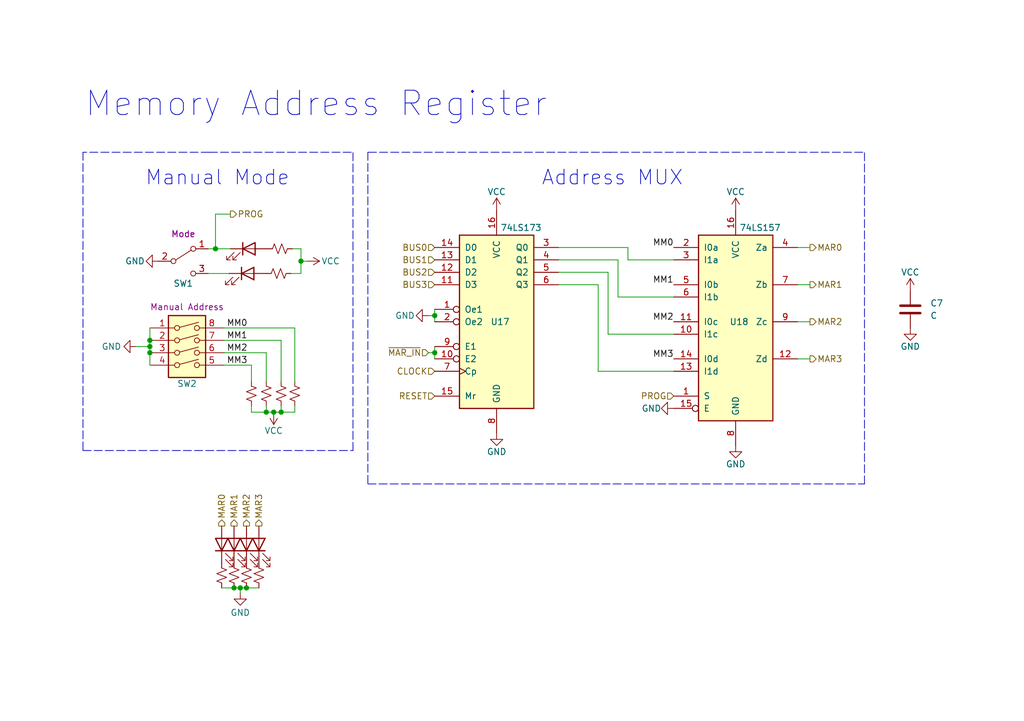
<source format=kicad_sch>
(kicad_sch (version 20211123) (generator eeschema)
  (paper "A5")
  (lib_symbols
    (symbol "74xx:74LS157" (pin_names (offset 1.016))
      (property "Reference" "U" (at -7.62 19.05 0))
      (property "Value" "74LS157" (at -7.62 -21.59 0))
      (symbol "74LS157_1_0"
        (pin input line (at -12.7 -15.24 0) (length 5.08) (name "S") (number "1"))
        (pin input line (at -12.7 -2.54 0) (length 5.08) (name "I1c") (number "10"))
        (pin input line (at -12.7 0 0) (length 5.08) (name "I0c") (number "11"))
        (pin output line (at 12.7 -7.62 180) (length 5.08) (name "Zd") (number "12"))
        (pin input line (at -12.7 -10.16 0) (length 5.08) (name "I1d") (number "13"))
        (pin input line (at -12.7 -7.62 0) (length 5.08) (name "I0d") (number "14"))
        (pin input inverted (at -12.7 -17.78 0) (length 5.08) (name "E") (number "15"))
        (pin power_in line (at 0 22.86 270) (length 5.08) (name "VCC") (number "16"))
        (pin input line (at -12.7 15.24 0) (length 5.08) (name "I0a") (number "2"))
        (pin input line (at -12.7 12.7 0) (length 5.08) (name "I1a") (number "3"))
        (pin output line (at 12.7 15.24 180) (length 5.08) (name "Za") (number "4"))
        (pin input line (at -12.7 7.62 0) (length 5.08) (name "I0b") (number "5"))
        (pin input line (at -12.7 5.08 0) (length 5.08) (name "I1b") (number "6"))
        (pin output line (at 12.7 7.62 180) (length 5.08) (name "Zb") (number "7"))
        (pin power_in line (at 0 -25.4 90) (length 5.08) (name "GND") (number "8"))
        (pin output line (at 12.7 0 180) (length 5.08) (name "Zc") (number "9"))
      )
      (symbol "74LS157_1_1"
        (rectangle (start -7.62 17.78) (end 7.62 -20.32) (stroke (width 0.254)) (fill (type background)))
      )
    )
    (symbol "74xx:74LS173" (pin_names (offset 1.016))
      (property "Reference" "U" (at -7.62 19.05 0))
      (property "Value" "74LS173" (at -7.62 -19.05 0))
      (symbol "74LS173_1_0"
        (pin input inverted (at -12.7 2.54 0) (length 5.08) (name "Oe1") (number "1"))
        (pin input inverted (at -12.7 -7.62 0) (length 5.08) (name "E2") (number "10"))
        (pin input line (at -12.7 7.62 0) (length 5.08) (name "D3") (number "11"))
        (pin input line (at -12.7 10.16 0) (length 5.08) (name "D2") (number "12"))
        (pin input line (at -12.7 12.7 0) (length 5.08) (name "D1") (number "13"))
        (pin input line (at -12.7 15.24 0) (length 5.08) (name "D0") (number "14"))
        (pin input line (at -12.7 -15.24 0) (length 5.08) (name "Mr") (number "15"))
        (pin power_in line (at 0 22.86 270) (length 5.08) (name "VCC") (number "16"))
        (pin input inverted (at -12.7 0 0) (length 5.08) (name "Oe2") (number "2"))
        (pin tri_state line (at 12.7 15.24 180) (length 5.08) (name "Q0") (number "3"))
        (pin tri_state line (at 12.7 12.7 180) (length 5.08) (name "Q1") (number "4"))
        (pin tri_state line (at 12.7 10.16 180) (length 5.08) (name "Q2") (number "5"))
        (pin tri_state line (at 12.7 7.62 180) (length 5.08) (name "Q3") (number "6"))
        (pin input clock (at -12.7 -10.16 0) (length 5.08) (name "Cp") (number "7"))
        (pin power_in line (at 0 -22.86 90) (length 5.08) (name "GND") (number "8"))
        (pin input inverted (at -12.7 -5.08 0) (length 5.08) (name "E1") (number "9"))
      )
      (symbol "74LS173_1_1"
        (rectangle (start -7.62 17.78) (end 7.62 -17.78) (stroke (width 0.254)) (fill (type background)))
      )
    )
    (symbol "Device:C" (pin_numbers hide) (pin_names (offset 0.254))
      (property "Reference" "C" (at 0.635 2.54 0))
      (property "Value" "C" (at 0.635 -2.54 0))
      (symbol "C_0_1"
        (polyline (pts (xy -2.032 -0.762) (xy 2.032 -0.762)) (stroke (width 0.508)))
        (polyline (pts (xy -2.032 0.762) (xy 2.032 0.762)) (stroke (width 0.508)))
      )
      (symbol "C_1_1"
        (pin passive line (at 0 3.81 270) (length 2.794) (name "~") (number "1"))
        (pin passive line (at 0 -3.81 90) (length 2.794) (name "~") (number "2"))
      )
    )
    (symbol "Device:LED" (pin_numbers hide) (pin_names (offset 1.016) hide)
      (property "Reference" "D" (at 0 2.54 0))
      (property "Value" "LED" (at 0 -2.54 0))
      (symbol "LED_0_1"
        (polyline (pts (xy -1.27 -1.27) (xy -1.27 1.27)) (stroke (width 0.254)))
        (polyline (pts (xy -1.27 0) (xy 1.27 0)))
        (polyline (pts (xy 1.27 -1.27) (xy 1.27 1.27) (xy -1.27 0) (xy 1.27 -1.27)) (stroke (width 0.254)))
        (polyline (pts (xy -3.048 -0.762) (xy -4.572 -2.286) (xy -3.81 -2.286) (xy -4.572 -2.286) (xy -4.572 -1.524)))
        (polyline (pts (xy -1.778 -0.762) (xy -3.302 -2.286) (xy -2.54 -2.286) (xy -3.302 -2.286) (xy -3.302 -1.524)))
      )
      (symbol "LED_1_1"
        (pin passive line (at -3.81 0 0) (length 2.54) (name "K") (number "1"))
        (pin passive line (at 3.81 0 180) (length 2.54) (name "A") (number "2"))
      )
    )
    (symbol "Device:R_Small_US" (pin_numbers hide) (pin_names (offset 0.254) hide)
      (property "Reference" "R" (at 0.762 0.508 0))
      (property "Value" "R_Small_US" (at 0.762 -1.016 0))
      (symbol "R_Small_US_1_1"
        (polyline (pts (xy 0 0) (xy 1.016 -0.381) (xy 0 -0.762) (xy -1.016 -1.143) (xy 0 -1.524)))
        (polyline (pts (xy 0 1.524) (xy 1.016 1.143) (xy 0 0.762) (xy -1.016 0.381) (xy 0 0)))
        (pin passive line (at 0 2.54 270) (length 1.016) (name "~") (number "1"))
        (pin passive line (at 0 -2.54 90) (length 1.016) (name "~") (number "2"))
      )
    )
    (symbol "Switch:SW_DIP_x04" (pin_names (offset 0) hide)
      (property "Reference" "SW" (at 0 8.89 0))
      (property "Value" "SW_DIP_x04" (at 0 -6.35 0))
      (symbol "SW_DIP_x04_0_0"
        (circle (center -2.032 -2.54) (radius 0.508))
        (circle (center -2.032 0) (radius 0.508))
        (circle (center -2.032 2.54) (radius 0.508))
        (circle (center -2.032 5.08) (radius 0.508))
        (polyline (pts (xy -1.524 -2.3876) (xy 2.3622 -1.3462)))
        (polyline (pts (xy -1.524 0.127) (xy 2.3622 1.1684)))
        (polyline (pts (xy -1.524 2.667) (xy 2.3622 3.7084)))
        (polyline (pts (xy -1.524 5.207) (xy 2.3622 6.2484)))
        (circle (center 2.032 -2.54) (radius 0.508))
        (circle (center 2.032 0) (radius 0.508))
        (circle (center 2.032 2.54) (radius 0.508))
        (circle (center 2.032 5.08) (radius 0.508))
      )
      (symbol "SW_DIP_x04_0_1"
        (rectangle (start -3.81 7.62) (end 3.81 -5.08) (stroke (width 0.254)) (fill (type background)))
      )
      (symbol "SW_DIP_x04_1_1"
        (pin passive line (at -7.62 5.08 0) (length 5.08) (name "~") (number "1"))
        (pin passive line (at -7.62 2.54 0) (length 5.08) (name "~") (number "2"))
        (pin passive line (at -7.62 0 0) (length 5.08) (name "~") (number "3"))
        (pin passive line (at -7.62 -2.54 0) (length 5.08) (name "~") (number "4"))
        (pin passive line (at 7.62 -2.54 180) (length 5.08) (name "~") (number "5"))
        (pin passive line (at 7.62 0 180) (length 5.08) (name "~") (number "6"))
        (pin passive line (at 7.62 2.54 180) (length 5.08) (name "~") (number "7"))
        (pin passive line (at 7.62 5.08 180) (length 5.08) (name "~") (number "8"))
      )
    )
    (symbol "Switch:SW_SPDT" (pin_names (offset 0) hide)
      (property "Reference" "SW" (at 0 4.318 0))
      (property "Value" "SW_SPDT" (at 0 -5.08 0))
      (symbol "SW_SPDT_0_0"
        (circle (center -2.032 0) (radius 0.508))
        (circle (center 2.032 -2.54) (radius 0.508))
      )
      (symbol "SW_SPDT_0_1"
        (polyline (pts (xy -1.524 0.254) (xy 1.651 2.286)))
        (circle (center 2.032 2.54) (radius 0.508))
      )
      (symbol "SW_SPDT_1_1"
        (pin passive line (at 5.08 2.54 180) (length 2.54) (name "A") (number "1"))
        (pin passive line (at -5.08 0 0) (length 2.54) (name "B") (number "2"))
        (pin passive line (at 5.08 -2.54 180) (length 2.54) (name "C") (number "3"))
      )
    )
    (symbol "power:GND" (power) (pin_names (offset 0))
      (property "Value" "GND" (at 0 -3.81 0))
      (symbol "GND_0_1"
        (polyline (pts (xy 0 0) (xy 0 -1.27) (xy 1.27 -1.27) (xy 0 -2.54) (xy -1.27 -1.27) (xy 0 -1.27)))
      )
      (symbol "GND_1_1"
        (pin power_in line (at 0 0 270) (length 0) hide (name "GND") (number "1"))
      )
    )
    (symbol "power:VCC" (power) (pin_names (offset 0))
      (property "Value" "VCC" (at 0 3.81 0))
      (symbol "VCC_0_1"
        (polyline (pts (xy -0.762 1.27) (xy 0 2.54)))
        (polyline (pts (xy 0 0) (xy 0 2.54)))
        (polyline (pts (xy 0 2.54) (xy 0.762 1.27)))
      )
      (symbol "VCC_1_1"
        (pin power_in line (at 0 0 90) (length 0) hide (name "VCC") (number "1"))
      )
    )
  )
  (junction (at 89.154 72.39))
  (junction (at 30.734 71.12))
  (junction (at 57.658 84.582))
  (junction (at 30.734 69.85))
  (junction (at 56.134 84.582))
  (junction (at 89.154 64.77))
  (junction (at 61.722 53.594))
  (junction (at 44.196 51.054))
  (junction (at 49.276 120.65))
  (junction (at 30.734 72.39))
  (junction (at 48.006 120.65))
  (junction (at 50.546 120.65))
  (junction (at 54.61 84.582))
  (wire (pts (xy 138.176 68.58) (xy 124.714 68.58)))
  (wire (pts (xy 61.722 53.594) (xy 62.992 53.594)))
  (polyline (pts (xy 42.926 31.242) (xy 72.39 31.242)))
  (wire (pts (xy 60.452 67.31) (xy 45.974 67.31)))
  (wire (pts (xy 61.722 56.134) (xy 59.69 56.134)))
  (wire (pts (xy 45.974 69.85) (xy 57.658 69.85)))
  (wire (pts (xy 128.778 53.34) (xy 138.176 53.34)))
  (wire (pts (xy 126.746 60.96) (xy 138.176 60.96)))
  (wire (pts (xy 87.884 72.39) (xy 89.154 72.39)))
  (wire (pts (xy 128.778 50.8) (xy 128.778 53.34)))
  (polyline (pts (xy 177.292 99.314) (xy 177.292 31.242)))
  (wire (pts (xy 89.154 64.77) (xy 89.154 66.04)))
  (wire (pts (xy 30.734 71.12) (xy 30.734 72.39)))
  (wire (pts (xy 163.576 58.42) (xy 166.116 58.42)))
  (wire (pts (xy 61.722 53.594) (xy 61.722 56.134)))
  (wire (pts (xy 89.154 63.5) (xy 89.154 64.77)))
  (wire (pts (xy 60.452 78.232) (xy 60.452 67.31)))
  (wire (pts (xy 30.734 69.85) (xy 30.734 71.12)))
  (wire (pts (xy 57.658 69.85) (xy 57.658 78.232)))
  (wire (pts (xy 114.554 58.42) (xy 122.682 58.42)))
  (wire (pts (xy 57.658 84.582) (xy 60.452 84.582)))
  (wire (pts (xy 87.884 64.77) (xy 89.154 64.77)))
  (wire (pts (xy 45.974 72.39) (xy 54.61 72.39)))
  (wire (pts (xy 126.746 53.34) (xy 126.746 60.96)))
  (wire (pts (xy 51.562 74.93) (xy 51.562 78.232)))
  (wire (pts (xy 89.154 72.39) (xy 89.154 73.66)))
  (wire (pts (xy 54.61 83.312) (xy 54.61 84.582)))
  (wire (pts (xy 30.734 69.85) (xy 30.988 69.85)))
  (wire (pts (xy 51.562 84.582) (xy 51.562 83.312)))
  (wire (pts (xy 54.61 72.39) (xy 54.61 78.232)))
  (polyline (pts (xy 125.222 31.242) (xy 75.438 31.242)))
  (polyline (pts (xy 75.438 99.314) (xy 177.292 99.314)))
  (wire (pts (xy 124.714 55.88) (xy 114.554 55.88)))
  (polyline (pts (xy 17.018 31.242) (xy 17.018 92.456)))
  (wire (pts (xy 163.576 73.66) (xy 166.116 73.66)))
  (wire (pts (xy 50.546 120.65) (xy 53.086 120.65)))
  (wire (pts (xy 49.276 121.666) (xy 49.276 120.65)))
  (wire (pts (xy 49.276 120.65) (xy 50.546 120.65)))
  (wire (pts (xy 45.466 120.65) (xy 48.006 120.65)))
  (polyline (pts (xy 124.968 31.242) (xy 177.292 31.242)))
  (wire (pts (xy 59.944 51.054) (xy 61.722 51.054)))
  (wire (pts (xy 42.672 51.054) (xy 44.196 51.054)))
  (wire (pts (xy 163.576 50.8) (xy 166.116 50.8)))
  (wire (pts (xy 45.974 74.93) (xy 51.562 74.93)))
  (wire (pts (xy 27.94 71.12) (xy 30.734 71.12)))
  (polyline (pts (xy 72.39 92.456) (xy 72.39 31.242)))
  (wire (pts (xy 44.196 51.054) (xy 47.244 51.054)))
  (wire (pts (xy 56.134 84.582) (xy 57.658 84.582)))
  (wire (pts (xy 124.714 68.58) (xy 124.714 55.88)))
  (polyline (pts (xy 42.926 31.242) (xy 17.018 31.242)))
  (wire (pts (xy 44.196 43.942) (xy 44.196 51.054)))
  (wire (pts (xy 114.554 50.8) (xy 128.778 50.8)))
  (wire (pts (xy 30.734 72.39) (xy 30.734 74.93)))
  (wire (pts (xy 48.006 120.65) (xy 49.276 120.65)))
  (wire (pts (xy 57.658 83.312) (xy 57.658 84.582)))
  (wire (pts (xy 60.452 84.582) (xy 60.452 83.312)))
  (polyline (pts (xy 75.438 31.242) (xy 75.438 99.314)))
  (wire (pts (xy 61.722 51.054) (xy 61.722 53.594)))
  (wire (pts (xy 122.682 76.2) (xy 138.176 76.2)))
  (wire (pts (xy 89.154 71.12) (xy 89.154 72.39)))
  (wire (pts (xy 47.244 43.942) (xy 44.196 43.942)))
  (wire (pts (xy 163.576 66.04) (xy 166.116 66.04)))
  (polyline (pts (xy 17.018 92.456) (xy 72.39 92.456)))
  (wire (pts (xy 114.554 53.34) (xy 126.746 53.34)))
  (wire (pts (xy 30.734 69.85) (xy 30.734 67.31)))
  (wire (pts (xy 56.134 84.582) (xy 54.61 84.582)))
  (wire (pts (xy 54.61 84.582) (xy 51.562 84.582)))
  (wire (pts (xy 42.672 56.134) (xy 46.99 56.134)))
  (wire (pts (xy 122.682 58.42) (xy 122.682 76.2)))
  (text "Memory Address Register" (at 17.272 24.384 0) (effects (font (size 5 5)) (justify left bottom)))
  (text "Manual Mode" (at 29.718 38.354 0) (effects (font (size 3 3)) (justify left bottom)))
  (text "Address MUX" (at 110.998 38.354 0) (effects (font (size 3 3)) (justify left bottom)))
  (label "MM2" (at 46.482 72.39 0))
  (label "MM1" (at 46.482 69.85 0))
  (label "MM1" (at 138.176 58.42 180))
  (label "MM2" (at 138.176 66.04 180))
  (label "MM3" (at 46.482 74.93 0))
  (label "MM0" (at 138.176 50.8 180))
  (label "MM3" (at 138.176 73.66 180))
  (label "MM0" (at 46.482 67.31 0))
  (hierarchical_label "CLOCK" (shape input) (at 89.154 76.2 180))
  (hierarchical_label "MAR2" (shape output) (at 50.546 107.95 90))
  (hierarchical_label "BUS1" (shape input) (at 89.154 53.34 180))
  (hierarchical_label "MAR0" (shape output) (at 45.466 107.95 90))
  (hierarchical_label "BUS0" (shape input) (at 89.154 50.8 180))
  (hierarchical_label "PROG" (shape input) (at 138.176 81.28 180))
  (hierarchical_label "MAR1" (shape output) (at 166.116 58.42 0))
  (hierarchical_label "PROG" (shape output) (at 47.244 43.942 0))
  (hierarchical_label "MAR2" (shape output) (at 166.116 66.04 0))
  (hierarchical_label "BUS2" (shape input) (at 89.154 55.88 180))
  (hierarchical_label "~{MAR_IN}" (shape input) (at 87.884 72.39 180))
  (hierarchical_label "RESET" (shape input) (at 89.154 81.28 180))
  (hierarchical_label "MAR3" (shape output) (at 166.116 73.66 0))
  (hierarchical_label "MAR3" (shape output) (at 53.086 107.95 90))
  (hierarchical_label "MAR0" (shape output) (at 166.116 50.8 0))
  (hierarchical_label "BUS3" (shape input) (at 89.154 58.42 180))
  (hierarchical_label "MAR1" (shape output) (at 48.006 107.95 90))
  (symbol (lib_id "Device:R_Small_US") (at 50.546 118.11 0) (unit 1)
    (property "Reference" "R35" (effects hide))
    (property "Value" "R_Small_US" (effects hide))
    (property "Footprint" "Resistor_SMD:R_0805_2012Metric" (effects hide))
  )
  (symbol (lib_id "Switch:SW_SPDT") (at 37.592 53.594 0) (unit 1)
    (property "Reference" "SW1" (at 37.592 58.166 0))
    (property "Value" "SW_SPDT" (effects hide))
    (property "Footprint" "Stephenv6:THT-DPDT" (effects hide))
    (property "Field4" "Mode" (at 37.592 48.006 0))
  )
  (symbol (lib_id "Device:C") (at 186.69 63.5 0) (unit 1)
    (property "Reference" "C7" (at 190.754 62.2299 0) (effects (justify left)))
    (property "Value" "C" (at 190.754 64.7699 0) (effects (justify left)))
    (property "Footprint" "Capacitor_SMD:C_0805_2012Metric" (effects hide))
  )
  (symbol (lib_id "Device:R_Small_US") (at 57.15 56.134 90) (unit 1)
    (property "Reference" "R39" (effects hide))
    (property "Value" "R_Small_US" (effects hide))
    (property "Footprint" "Resistor_SMD:R_0805_2012Metric" (effects hide))
  )
  (symbol (lib_id "power:GND") (at 186.69 67.31 0) (unit 1)
    (property "Reference" "#PWR077" (effects hide))
    (property "Value" "GND" (at 186.69 71.12 0))
  )
  (symbol (lib_id "Device:LED") (at 51.054 51.054 0) (unit 1)
    (property "Reference" "D37" (effects hide))
    (property "Value" "LED" (effects hide))
    (property "Footprint" "LED_SMD:LED_0805_2012Metric" (effects hide))
  )
  (symbol (lib_id "power:GND") (at 150.876 91.44 0) (unit 1)
    (property "Reference" "#PWR075" (effects hide))
    (property "Value" "GND" (at 150.876 95.25 0))
  )
  (symbol (lib_id "power:GND") (at 49.276 121.666 0) (unit 1)
    (property "Reference" "#PWR067" (effects hide))
    (property "Value" "GND" (at 49.276 125.73 0))
  )
  (symbol (lib_id "Device:R_Small_US") (at 51.562 80.772 0) (unit 1)
    (property "Reference" "R36" (effects hide))
    (property "Value" "R_Small_US" (effects hide))
    (property "Footprint" "Resistor_SMD:R_0805_2012Metric" (effects hide))
  )
  (symbol (lib_id "power:GND") (at 101.854 88.9 0) (unit 1)
    (property "Reference" "#PWR072" (effects hide))
    (property "Value" "GND" (at 101.854 92.71 0))
  )
  (symbol (lib_id "Switch:SW_DIP_x04") (at 38.354 72.39 0) (unit 1)
    (property "Reference" "SW2" (at 38.354 78.74 0))
    (property "Value" "SW_DIP_x04" (effects hide))
    (property "Footprint" "Button_Switch_THT:SW_DIP_SPSTx04_Slide_9.78x12.34mm_W7.62mm_P2.54mm" (effects hide))
    (property "Field4" "Manual Address" (at 38.354 62.992 0))
  )
  (symbol (lib_id "Device:LED") (at 50.8 56.134 0) (unit 1)
    (property "Reference" "D36" (effects hide))
    (property "Value" "LED" (effects hide))
    (property "Footprint" "LED_SMD:LED_0805_2012Metric" (effects hide))
  )
  (symbol (lib_id "Device:LED") (at 50.546 111.76 90) (unit 1)
    (property "Reference" "D35" (effects hide))
    (property "Value" "LED" (effects hide))
    (property "Footprint" "LED_SMD:LED_0805_2012Metric" (effects hide))
  )
  (symbol (lib_id "power:GND") (at 87.884 64.77 270) (unit 1)
    (property "Reference" "#PWR070" (effects hide))
    (property "Value" "GND" (at 83.058 64.77 90))
  )
  (symbol (lib_id "power:VCC") (at 56.134 84.582 180) (unit 1)
    (property "Reference" "#PWR068" (effects hide))
    (property "Value" "VCC" (at 56.134 88.392 0))
  )
  (symbol (lib_id "power:GND") (at 32.512 53.594 270) (unit 1)
    (property "Reference" "#PWR066" (effects hide))
    (property "Value" "GND" (at 27.686 53.594 90))
  )
  (symbol (lib_id "power:VCC") (at 150.876 43.18 0) (unit 1)
    (property "Reference" "#PWR074" (effects hide))
    (property "Value" "VCC" (at 150.876 39.37 0))
  )
  (symbol (lib_id "Device:LED") (at 48.006 111.76 90) (unit 1)
    (property "Reference" "D34" (effects hide))
    (property "Value" "LED" (effects hide))
    (property "Footprint" "LED_SMD:LED_0805_2012Metric" (effects hide))
  )
  (symbol (lib_id "power:GND") (at 27.94 71.12 270) (unit 1)
    (property "Reference" "#PWR065" (effects hide))
    (property "Value" "GND" (at 22.86 71.12 90))
  )
  (symbol (lib_id "Device:R_Small_US") (at 57.658 80.772 0) (unit 1)
    (property "Reference" "R41" (effects hide))
    (property "Value" "R_Small_US" (effects hide))
    (property "Footprint" "Resistor_SMD:R_0805_2012Metric" (effects hide))
  )
  (symbol (lib_id "power:VCC") (at 101.854 43.18 0) (unit 1)
    (property "Reference" "#PWR071" (effects hide))
    (property "Value" "VCC" (at 101.854 39.37 0))
  )
  (symbol (lib_id "Device:R_Small_US") (at 45.466 118.11 0) (unit 1)
    (property "Reference" "R33" (effects hide))
    (property "Value" "R_Small_US" (effects hide))
    (property "Footprint" "Resistor_SMD:R_0805_2012Metric" (effects hide))
  )
  (symbol (lib_id "74xx:74LS157") (at 150.876 66.04 0) (unit 1)
    (property "Reference" "U18" (at 149.606 66.04 0) (effects (justify left)))
    (property "Value" "74LS157" (at 151.638 46.736 0) (effects (justify left)))
    (property "Footprint" "Package_SO:TSSOP-16_4.4x5mm_P0.65mm" (effects hide))
    (property "Datasheet" "http://www.ti.com/lit/gpn/sn74LS157" (effects hide))
  )
  (symbol (lib_id "Device:R_Small_US") (at 60.452 80.772 0) (unit 1)
    (property "Reference" "R42" (effects hide))
    (property "Value" "R_Small_US" (effects hide))
    (property "Footprint" "Resistor_SMD:R_0805_2012Metric" (effects hide))
  )
  (symbol (lib_id "power:VCC") (at 186.69 59.69 0) (unit 1)
    (property "Reference" "#PWR076" (effects hide))
    (property "Value" "VCC" (at 186.69 55.88 0))
  )
  (symbol (lib_id "74xx:74LS173") (at 101.854 66.04 0) (unit 1)
    (property "Reference" "U17" (at 100.584 66.04 0) (effects (justify left)))
    (property "Value" "74LS173" (at 102.616 46.736 0) (effects (justify left)))
    (property "Footprint" "Package_SO:TSSOP-16_4.4x5mm_P0.65mm" (effects hide))
    (property "Datasheet" "http://www.ti.com/lit/gpn/sn74LS173" (effects hide))
  )
  (symbol (lib_id "Device:R_Small_US") (at 57.404 51.054 90) (unit 1)
    (property "Reference" "R40" (effects hide))
    (property "Value" "R_Small_US" (effects hide))
    (property "Footprint" "Resistor_SMD:R_0805_2012Metric" (effects hide))
  )
  (symbol (lib_id "Device:R_Small_US") (at 48.006 118.11 0) (unit 1)
    (property "Reference" "R34" (effects hide))
    (property "Value" "R_Small_US" (effects hide))
    (property "Footprint" "Resistor_SMD:R_0805_2012Metric" (effects hide))
  )
  (symbol (lib_id "Device:LED") (at 53.086 111.76 90) (unit 1)
    (property "Reference" "D38" (effects hide))
    (property "Value" "LED" (effects hide))
    (property "Footprint" "LED_SMD:LED_0805_2012Metric" (effects hide))
  )
  (symbol (lib_id "Device:R_Small_US") (at 53.086 118.11 0) (unit 1)
    (property "Reference" "R37" (effects hide))
    (property "Value" "R_Small_US" (effects hide))
    (property "Footprint" "Resistor_SMD:R_0805_2012Metric" (effects hide))
  )
  (symbol (lib_id "power:GND") (at 138.176 83.82 270) (unit 1)
    (property "Reference" "#PWR073" (effects hide))
    (property "Value" "GND" (at 133.604 83.82 90))
  )
  (symbol (lib_id "power:VCC") (at 62.992 53.594 270) (unit 1)
    (property "Reference" "#PWR069" (effects hide))
    (property "Value" "VCC" (at 67.818 53.594 90))
  )
  (symbol (lib_id "Device:LED") (at 45.466 111.76 90) (unit 1)
    (property "Reference" "D33" (effects hide))
    (property "Value" "LED" (effects hide))
    (property "Footprint" "LED_SMD:LED_0805_2012Metric" (effects hide))
  )
  (symbol (lib_id "Device:R_Small_US") (at 54.61 80.772 0) (unit 1)
    (property "Reference" "R38" (effects hide))
    (property "Value" "R_Small_US" (effects hide))
    (property "Footprint" "Resistor_SMD:R_0805_2012Metric" (effects hide))
  )
)
</source>
